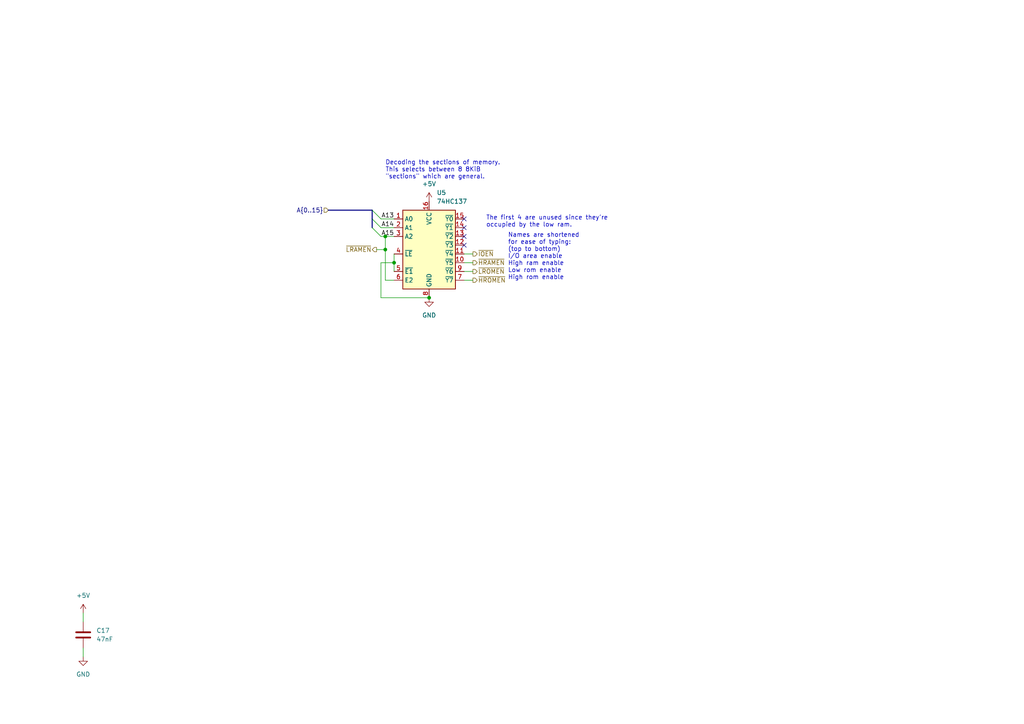
<source format=kicad_sch>
(kicad_sch (version 20230121) (generator eeschema)

  (uuid 61451440-a4ea-4b14-8ca1-90dcce09e04b)

  (paper "A4")

  (lib_symbols
    (symbol "74xx:74HC137" (in_bom yes) (on_board yes)
      (property "Reference" "U" (at -7.62 13.97 0)
        (effects (font (size 1.27 1.27)) (justify left bottom))
      )
      (property "Value" "74HC137" (at 2.54 -11.43 0)
        (effects (font (size 1.27 1.27)) (justify left top))
      )
      (property "Footprint" "" (at 0 0 0)
        (effects (font (size 1.27 1.27)) hide)
      )
      (property "Datasheet" "http://www.ti.com/lit/ds/symlink/cd74hc237.pdf" (at 0 0 0)
        (effects (font (size 1.27 1.27)) hide)
      )
      (property "ki_keywords" "demux" (at 0 0 0)
        (effects (font (size 1.27 1.27)) hide)
      )
      (property "ki_description" "3-to-8 line decoder/multiplexer with address latches, DIP-16/SOIC-16/SSOP-16" (at 0 0 0)
        (effects (font (size 1.27 1.27)) hide)
      )
      (property "ki_fp_filters" "DIP*W7.62mm* SOIC*3.9x9.9mm*P1.27mm* SSOP*5.3x6.2mm*P0.65mm*" (at 0 0 0)
        (effects (font (size 1.27 1.27)) hide)
      )
      (symbol "74HC137_0_1"
        (rectangle (start -7.62 12.7) (end 7.62 -10.16)
          (stroke (width 0.254) (type default))
          (fill (type background))
        )
      )
      (symbol "74HC137_1_1"
        (pin input line (at -10.16 10.16 0) (length 2.54)
          (name "A0" (effects (font (size 1.27 1.27))))
          (number "1" (effects (font (size 1.27 1.27))))
        )
        (pin output line (at 10.16 -2.54 180) (length 2.54)
          (name "~{Y5}" (effects (font (size 1.27 1.27))))
          (number "10" (effects (font (size 1.27 1.27))))
        )
        (pin output line (at 10.16 0 180) (length 2.54)
          (name "~{Y4}" (effects (font (size 1.27 1.27))))
          (number "11" (effects (font (size 1.27 1.27))))
        )
        (pin output line (at 10.16 2.54 180) (length 2.54)
          (name "~{Y3}" (effects (font (size 1.27 1.27))))
          (number "12" (effects (font (size 1.27 1.27))))
        )
        (pin output line (at 10.16 5.08 180) (length 2.54)
          (name "~{Y2}" (effects (font (size 1.27 1.27))))
          (number "13" (effects (font (size 1.27 1.27))))
        )
        (pin output line (at 10.16 7.62 180) (length 2.54)
          (name "~{Y1}" (effects (font (size 1.27 1.27))))
          (number "14" (effects (font (size 1.27 1.27))))
        )
        (pin output line (at 10.16 10.16 180) (length 2.54)
          (name "~{Y0}" (effects (font (size 1.27 1.27))))
          (number "15" (effects (font (size 1.27 1.27))))
        )
        (pin power_in line (at 0 15.24 270) (length 2.54)
          (name "VCC" (effects (font (size 1.27 1.27))))
          (number "16" (effects (font (size 1.27 1.27))))
        )
        (pin input line (at -10.16 7.62 0) (length 2.54)
          (name "A1" (effects (font (size 1.27 1.27))))
          (number "2" (effects (font (size 1.27 1.27))))
        )
        (pin input line (at -10.16 5.08 0) (length 2.54)
          (name "A2" (effects (font (size 1.27 1.27))))
          (number "3" (effects (font (size 1.27 1.27))))
        )
        (pin input line (at -10.16 0 0) (length 2.54)
          (name "~{LE}" (effects (font (size 1.27 1.27))))
          (number "4" (effects (font (size 1.27 1.27))))
        )
        (pin input line (at -10.16 -5.08 0) (length 2.54)
          (name "~{E1}" (effects (font (size 1.27 1.27))))
          (number "5" (effects (font (size 1.27 1.27))))
        )
        (pin input line (at -10.16 -7.62 0) (length 2.54)
          (name "E2" (effects (font (size 1.27 1.27))))
          (number "6" (effects (font (size 1.27 1.27))))
        )
        (pin output line (at 10.16 -7.62 180) (length 2.54)
          (name "~{Y7}" (effects (font (size 1.27 1.27))))
          (number "7" (effects (font (size 1.27 1.27))))
        )
        (pin power_in line (at 0 -12.7 90) (length 2.54)
          (name "GND" (effects (font (size 1.27 1.27))))
          (number "8" (effects (font (size 1.27 1.27))))
        )
        (pin output line (at 10.16 -5.08 180) (length 2.54)
          (name "~{Y6}" (effects (font (size 1.27 1.27))))
          (number "9" (effects (font (size 1.27 1.27))))
        )
      )
    )
    (symbol "Device:C" (pin_numbers hide) (pin_names (offset 0.254)) (in_bom yes) (on_board yes)
      (property "Reference" "C" (at 0.635 2.54 0)
        (effects (font (size 1.27 1.27)) (justify left))
      )
      (property "Value" "C" (at 0.635 -2.54 0)
        (effects (font (size 1.27 1.27)) (justify left))
      )
      (property "Footprint" "" (at 0.9652 -3.81 0)
        (effects (font (size 1.27 1.27)) hide)
      )
      (property "Datasheet" "~" (at 0 0 0)
        (effects (font (size 1.27 1.27)) hide)
      )
      (property "ki_keywords" "cap capacitor" (at 0 0 0)
        (effects (font (size 1.27 1.27)) hide)
      )
      (property "ki_description" "Unpolarized capacitor" (at 0 0 0)
        (effects (font (size 1.27 1.27)) hide)
      )
      (property "ki_fp_filters" "C_*" (at 0 0 0)
        (effects (font (size 1.27 1.27)) hide)
      )
      (symbol "C_0_1"
        (polyline
          (pts
            (xy -2.032 -0.762)
            (xy 2.032 -0.762)
          )
          (stroke (width 0.508) (type default))
          (fill (type none))
        )
        (polyline
          (pts
            (xy -2.032 0.762)
            (xy 2.032 0.762)
          )
          (stroke (width 0.508) (type default))
          (fill (type none))
        )
      )
      (symbol "C_1_1"
        (pin passive line (at 0 3.81 270) (length 2.794)
          (name "~" (effects (font (size 1.27 1.27))))
          (number "1" (effects (font (size 1.27 1.27))))
        )
        (pin passive line (at 0 -3.81 90) (length 2.794)
          (name "~" (effects (font (size 1.27 1.27))))
          (number "2" (effects (font (size 1.27 1.27))))
        )
      )
    )
    (symbol "power:+5V" (power) (pin_names (offset 0)) (in_bom yes) (on_board yes)
      (property "Reference" "#PWR" (at 0 -3.81 0)
        (effects (font (size 1.27 1.27)) hide)
      )
      (property "Value" "+5V" (at 0 3.556 0)
        (effects (font (size 1.27 1.27)))
      )
      (property "Footprint" "" (at 0 0 0)
        (effects (font (size 1.27 1.27)) hide)
      )
      (property "Datasheet" "" (at 0 0 0)
        (effects (font (size 1.27 1.27)) hide)
      )
      (property "ki_keywords" "global power" (at 0 0 0)
        (effects (font (size 1.27 1.27)) hide)
      )
      (property "ki_description" "Power symbol creates a global label with name \"+5V\"" (at 0 0 0)
        (effects (font (size 1.27 1.27)) hide)
      )
      (symbol "+5V_0_1"
        (polyline
          (pts
            (xy -0.762 1.27)
            (xy 0 2.54)
          )
          (stroke (width 0) (type default))
          (fill (type none))
        )
        (polyline
          (pts
            (xy 0 0)
            (xy 0 2.54)
          )
          (stroke (width 0) (type default))
          (fill (type none))
        )
        (polyline
          (pts
            (xy 0 2.54)
            (xy 0.762 1.27)
          )
          (stroke (width 0) (type default))
          (fill (type none))
        )
      )
      (symbol "+5V_1_1"
        (pin power_in line (at 0 0 90) (length 0) hide
          (name "+5V" (effects (font (size 1.27 1.27))))
          (number "1" (effects (font (size 1.27 1.27))))
        )
      )
    )
    (symbol "power:GND" (power) (pin_names (offset 0)) (in_bom yes) (on_board yes)
      (property "Reference" "#PWR" (at 0 -6.35 0)
        (effects (font (size 1.27 1.27)) hide)
      )
      (property "Value" "GND" (at 0 -3.81 0)
        (effects (font (size 1.27 1.27)))
      )
      (property "Footprint" "" (at 0 0 0)
        (effects (font (size 1.27 1.27)) hide)
      )
      (property "Datasheet" "" (at 0 0 0)
        (effects (font (size 1.27 1.27)) hide)
      )
      (property "ki_keywords" "global power" (at 0 0 0)
        (effects (font (size 1.27 1.27)) hide)
      )
      (property "ki_description" "Power symbol creates a global label with name \"GND\" , ground" (at 0 0 0)
        (effects (font (size 1.27 1.27)) hide)
      )
      (symbol "GND_0_1"
        (polyline
          (pts
            (xy 0 0)
            (xy 0 -1.27)
            (xy 1.27 -1.27)
            (xy 0 -2.54)
            (xy -1.27 -1.27)
            (xy 0 -1.27)
          )
          (stroke (width 0) (type default))
          (fill (type none))
        )
      )
      (symbol "GND_1_1"
        (pin power_in line (at 0 0 270) (length 0) hide
          (name "GND" (effects (font (size 1.27 1.27))))
          (number "1" (effects (font (size 1.27 1.27))))
        )
      )
    )
  )

  (junction (at 111.76 72.39) (diameter 0) (color 0 0 0 0)
    (uuid 04099bc8-b0b3-4c90-9e82-3b8943ea37d4)
  )
  (junction (at 111.76 68.58) (diameter 0) (color 0 0 0 0)
    (uuid 0957970d-c825-4db6-aa8b-45e0903f16c8)
  )
  (junction (at 124.46 86.36) (diameter 0) (color 0 0 0 0)
    (uuid 122a84dc-3555-45be-83c9-aa7640c79791)
  )
  (junction (at 114.3 76.2) (diameter 0) (color 0 0 0 0)
    (uuid bec8ad1d-545a-495d-833d-f16cd371cfab)
  )

  (no_connect (at 134.62 66.04) (uuid 5b1fa486-84f4-4d91-a690-55c55344fc01))
  (no_connect (at 134.62 63.5) (uuid 8723c8ad-bb8d-4cb6-a6fc-da893621a8f9))
  (no_connect (at 134.62 68.58) (uuid 8a12dbae-ccb5-453d-a66f-24788921fbc6))
  (no_connect (at 134.62 71.12) (uuid 95452487-dc50-422b-b1fb-89f2b84f9400))

  (bus_entry (at 107.95 63.5) (size 2.54 2.54)
    (stroke (width 0) (type default))
    (uuid 726de9f6-da2b-4635-8e8c-ec0c098672b8)
  )
  (bus_entry (at 107.95 66.04) (size 2.54 2.54)
    (stroke (width 0) (type default))
    (uuid 72b885ff-67c5-4f09-b123-1f3a84d22456)
  )
  (bus_entry (at 107.95 60.96) (size 2.54 2.54)
    (stroke (width 0) (type default))
    (uuid f4583365-5121-4b70-83f3-ccac02d1b2d1)
  )

  (bus (pts (xy 107.95 63.5) (xy 107.95 66.04))
    (stroke (width 0) (type default))
    (uuid 008c3530-58c6-4a9a-a78b-e23e2ce95483)
  )

  (wire (pts (xy 114.3 76.2) (xy 110.49 76.2))
    (stroke (width 0) (type default))
    (uuid 37aa3841-4cf7-411f-b43b-51907e9b5436)
  )
  (wire (pts (xy 111.76 81.28) (xy 114.3 81.28))
    (stroke (width 0) (type default))
    (uuid 410cdad3-d310-43f3-8936-41b4f09abaf8)
  )
  (bus (pts (xy 107.95 60.96) (xy 107.95 63.5))
    (stroke (width 0) (type default))
    (uuid 54010708-041b-4265-8e41-3f88922755fc)
  )

  (wire (pts (xy 110.49 63.5) (xy 114.3 63.5))
    (stroke (width 0) (type default))
    (uuid 573e233d-8131-461e-9b75-93e3a0e98df0)
  )
  (wire (pts (xy 111.76 68.58) (xy 114.3 68.58))
    (stroke (width 0) (type default))
    (uuid 5c481d9a-0235-47b2-9d99-56f0e33d9e9e)
  )
  (wire (pts (xy 114.3 76.2) (xy 114.3 78.74))
    (stroke (width 0) (type default))
    (uuid 62d0cd78-2179-4beb-8f60-3031077edf31)
  )
  (wire (pts (xy 24.13 177.8) (xy 24.13 180.34))
    (stroke (width 0) (type default))
    (uuid 64ae09d7-6de3-4acc-ae5b-dbc9e51a6ccb)
  )
  (wire (pts (xy 111.76 68.58) (xy 111.76 72.39))
    (stroke (width 0) (type default))
    (uuid a7293470-834a-465d-b05a-8f4f26362b46)
  )
  (wire (pts (xy 109.22 72.39) (xy 111.76 72.39))
    (stroke (width 0) (type default))
    (uuid a9c9c5b4-f01a-4c8b-81c9-aee2b2a6fec3)
  )
  (wire (pts (xy 110.49 66.04) (xy 114.3 66.04))
    (stroke (width 0) (type default))
    (uuid b0d48d53-55cb-4afc-a219-740a31419bcc)
  )
  (wire (pts (xy 24.13 187.96) (xy 24.13 190.5))
    (stroke (width 0) (type default))
    (uuid b0d510e4-17e6-4b7d-b5ae-c9d288c981ff)
  )
  (wire (pts (xy 134.62 81.28) (xy 137.16 81.28))
    (stroke (width 0) (type default))
    (uuid bd77a008-805d-42ee-886b-a55e17b181e7)
  )
  (wire (pts (xy 110.49 76.2) (xy 110.49 86.36))
    (stroke (width 0) (type default))
    (uuid bf0e803d-24dd-495e-8f50-85c96c976ffc)
  )
  (wire (pts (xy 134.62 78.74) (xy 137.16 78.74))
    (stroke (width 0) (type default))
    (uuid bfc61af4-d5c1-4dfb-8e8d-4bbd999efa98)
  )
  (bus (pts (xy 95.25 60.96) (xy 107.95 60.96))
    (stroke (width 0) (type default))
    (uuid c2c83b3e-f601-469c-b876-32eddd256613)
  )

  (wire (pts (xy 134.62 73.66) (xy 137.16 73.66))
    (stroke (width 0) (type default))
    (uuid c8943896-7190-4cf7-a4f6-9a97603cd3c3)
  )
  (wire (pts (xy 110.49 86.36) (xy 124.46 86.36))
    (stroke (width 0) (type default))
    (uuid d0a58deb-2fe3-4bf2-b7ac-a6b6f81c0986)
  )
  (wire (pts (xy 110.49 68.58) (xy 111.76 68.58))
    (stroke (width 0) (type default))
    (uuid d384ebd8-ac74-4207-8ffd-9f88098306bc)
  )
  (wire (pts (xy 111.76 72.39) (xy 111.76 81.28))
    (stroke (width 0) (type default))
    (uuid d63a099f-4d40-433a-9bf2-b091b837ea4e)
  )
  (wire (pts (xy 114.3 73.66) (xy 114.3 76.2))
    (stroke (width 0) (type default))
    (uuid dedebbdc-f3f6-420d-8658-106c85a69e0a)
  )
  (wire (pts (xy 134.62 76.2) (xy 137.16 76.2))
    (stroke (width 0) (type default))
    (uuid e1cbb23f-5346-473f-98dc-bfbb02db6a65)
  )

  (text "Names are shortened\nfor ease of typing:\n(top to bottom)\nI/O area enable\nHigh ram enable\nLow rom enable\nHigh rom enable"
    (at 147.32 81.28 0)
    (effects (font (size 1.27 1.27)) (justify left bottom))
    (uuid c16acc77-7e6d-46e8-bda0-2995bf03c379)
  )
  (text "Decoding the sections of memory.\nThis selects between 8 8KiB \n\"sections\" which are general."
    (at 111.76 52.07 0)
    (effects (font (size 1.27 1.27)) (justify left bottom))
    (uuid d547c207-af70-441b-9cac-3d4ab1229fa4)
  )
  (text "The first 4 are unused since they're\noccupied by the low ram."
    (at 140.97 66.04 0)
    (effects (font (size 1.27 1.27)) (justify left bottom))
    (uuid e01fa457-4bde-4ec7-9b77-7bd7b9976be3)
  )

  (label "A14" (at 114.3 66.04 180) (fields_autoplaced)
    (effects (font (size 1.27 1.27)) (justify right bottom))
    (uuid 31b3777a-5667-41fe-b6f1-43246496e780)
  )
  (label "A15" (at 114.3 68.58 180) (fields_autoplaced)
    (effects (font (size 1.27 1.27)) (justify right bottom))
    (uuid 39c696e9-5599-48b7-b33e-d95d00aa3cb5)
  )
  (label "A13" (at 114.3 63.5 180) (fields_autoplaced)
    (effects (font (size 1.27 1.27)) (justify right bottom))
    (uuid 637b6e7b-4146-4e08-8295-f0b7883fc4b6)
  )

  (hierarchical_label "~{HROMEN}" (shape output) (at 137.16 81.28 0) (fields_autoplaced)
    (effects (font (size 1.27 1.27)) (justify left))
    (uuid 179b0eae-e35a-4cf8-9391-960cd75175c0)
  )
  (hierarchical_label "~{HRAMEN}" (shape output) (at 137.16 76.2 0) (fields_autoplaced)
    (effects (font (size 1.27 1.27)) (justify left))
    (uuid 1feeefc2-9948-4d1e-8ed6-9f4188a07f2e)
  )
  (hierarchical_label "~{IOEN}" (shape output) (at 137.16 73.66 0) (fields_autoplaced)
    (effects (font (size 1.27 1.27)) (justify left))
    (uuid 744ee3eb-3071-4518-a88f-696730a4f235)
  )
  (hierarchical_label "~{LROMEN}" (shape output) (at 137.16 78.74 0) (fields_autoplaced)
    (effects (font (size 1.27 1.27)) (justify left))
    (uuid 900e6661-8677-4768-8462-80e950e1aec5)
  )
  (hierarchical_label "~{LRAMEN}" (shape output) (at 109.22 72.39 180) (fields_autoplaced)
    (effects (font (size 1.27 1.27)) (justify right))
    (uuid 95120c8b-7b93-4e7a-91cb-ce98495bd5e3)
  )
  (hierarchical_label "A{0..15}" (shape input) (at 95.25 60.96 180) (fields_autoplaced)
    (effects (font (size 1.27 1.27)) (justify right))
    (uuid 97eaf8f2-1969-410c-a3ff-99adb09b9e27)
  )

  (symbol (lib_id "power:GND") (at 24.13 190.5 0) (unit 1)
    (in_bom yes) (on_board yes) (dnp no) (fields_autoplaced)
    (uuid 079e1bea-3279-4788-8662-f8ff19da4fb6)
    (property "Reference" "#PWR044" (at 24.13 196.85 0)
      (effects (font (size 1.27 1.27)) hide)
    )
    (property "Value" "GND" (at 24.13 195.58 0)
      (effects (font (size 1.27 1.27)))
    )
    (property "Footprint" "" (at 24.13 190.5 0)
      (effects (font (size 1.27 1.27)) hide)
    )
    (property "Datasheet" "" (at 24.13 190.5 0)
      (effects (font (size 1.27 1.27)) hide)
    )
    (pin "1" (uuid 22f65a3f-f0de-4b62-ae6e-76b512f368a9))
    (instances
      (project "6502"
        (path "/f620b693-400b-4f41-8158-c432d38526da/6e3ea8f1-36ad-4196-9a86-9a5e5c5b0bf3"
          (reference "#PWR044") (unit 1)
        )
      )
    )
  )

  (symbol (lib_id "74xx:74HC137") (at 124.46 73.66 0) (unit 1)
    (in_bom yes) (on_board yes) (dnp no) (fields_autoplaced)
    (uuid 1c52ab9c-318b-4b68-91c9-c5bf4f1e5368)
    (property "Reference" "U5" (at 126.6541 55.88 0)
      (effects (font (size 1.27 1.27)) (justify left))
    )
    (property "Value" "74HC137" (at 126.6541 58.42 0)
      (effects (font (size 1.27 1.27)) (justify left))
    )
    (property "Footprint" "Package_DIP:DIP-16_W7.62mm_Socket" (at 124.46 73.66 0)
      (effects (font (size 1.27 1.27)) hide)
    )
    (property "Datasheet" "http://www.ti.com/lit/ds/symlink/cd74hc237.pdf" (at 124.46 73.66 0)
      (effects (font (size 1.27 1.27)) hide)
    )
    (pin "3" (uuid ef992b5a-e6c8-4edb-a7eb-b0e091fca953))
    (pin "6" (uuid 656ed8ff-6613-4707-9d48-13669a6f9d51))
    (pin "9" (uuid 5b6cf35a-99cd-470d-ad71-464091bbbf96))
    (pin "7" (uuid 739b4780-c47c-4dad-811c-9e217d576e0d))
    (pin "8" (uuid 5efef447-26b6-470c-9083-70125e4da420))
    (pin "10" (uuid 244e5398-fc4d-473b-b507-e9c7eefc247b))
    (pin "12" (uuid 0d930f9e-5fd3-41e0-8e60-fc7b921c323b))
    (pin "14" (uuid fe3f96ce-969e-4676-9bf9-e984af691ffa))
    (pin "15" (uuid 61f93538-ef84-42dc-a2a1-b65538996565))
    (pin "2" (uuid c4399d60-0b78-4de3-abcb-adca0e333bbe))
    (pin "5" (uuid 2d93ad68-fd67-45ca-a6a4-0d7fb22ade9f))
    (pin "1" (uuid 7746adcd-48a5-4f21-85fd-e6dd393eb075))
    (pin "11" (uuid 58ea607f-bb1f-4701-b608-96f3c3a026d0))
    (pin "13" (uuid dc46697d-855e-4bfd-8d6d-b083be8167ac))
    (pin "16" (uuid c170a752-2787-4642-97db-4361339a8389))
    (pin "4" (uuid f232f0fc-e3ca-450c-b121-3fe9fe61d07f))
    (instances
      (project "6502"
        (path "/f620b693-400b-4f41-8158-c432d38526da/6e3ea8f1-36ad-4196-9a86-9a5e5c5b0bf3"
          (reference "U5") (unit 1)
        )
      )
    )
  )

  (symbol (lib_id "power:+5V") (at 124.46 58.42 0) (unit 1)
    (in_bom yes) (on_board yes) (dnp no) (fields_autoplaced)
    (uuid 83d6d919-a6e7-46a9-b409-07f43be25ea7)
    (property "Reference" "#PWR022" (at 124.46 62.23 0)
      (effects (font (size 1.27 1.27)) hide)
    )
    (property "Value" "+5V" (at 124.46 53.34 0)
      (effects (font (size 1.27 1.27)))
    )
    (property "Footprint" "" (at 124.46 58.42 0)
      (effects (font (size 1.27 1.27)) hide)
    )
    (property "Datasheet" "" (at 124.46 58.42 0)
      (effects (font (size 1.27 1.27)) hide)
    )
    (pin "1" (uuid 5a72a05a-a7c8-4bcd-9b67-70c03c96c714))
    (instances
      (project "6502"
        (path "/f620b693-400b-4f41-8158-c432d38526da/6e3ea8f1-36ad-4196-9a86-9a5e5c5b0bf3"
          (reference "#PWR022") (unit 1)
        )
      )
    )
  )

  (symbol (lib_id "power:GND") (at 124.46 86.36 0) (unit 1)
    (in_bom yes) (on_board yes) (dnp no) (fields_autoplaced)
    (uuid cd385741-0f2a-4361-8441-a896889f67cb)
    (property "Reference" "#PWR021" (at 124.46 92.71 0)
      (effects (font (size 1.27 1.27)) hide)
    )
    (property "Value" "GND" (at 124.46 91.44 0)
      (effects (font (size 1.27 1.27)))
    )
    (property "Footprint" "" (at 124.46 86.36 0)
      (effects (font (size 1.27 1.27)) hide)
    )
    (property "Datasheet" "" (at 124.46 86.36 0)
      (effects (font (size 1.27 1.27)) hide)
    )
    (pin "1" (uuid 07005137-c516-46b1-9dec-bc52e92d2b9d))
    (instances
      (project "6502"
        (path "/f620b693-400b-4f41-8158-c432d38526da/6e3ea8f1-36ad-4196-9a86-9a5e5c5b0bf3"
          (reference "#PWR021") (unit 1)
        )
      )
    )
  )

  (symbol (lib_id "Device:C") (at 24.13 184.15 0) (unit 1)
    (in_bom yes) (on_board yes) (dnp no) (fields_autoplaced)
    (uuid dc20d99b-dd9c-4461-8433-07905c7a8fa0)
    (property "Reference" "C17" (at 27.94 182.88 0)
      (effects (font (size 1.27 1.27)) (justify left))
    )
    (property "Value" "47nF" (at 27.94 185.42 0)
      (effects (font (size 1.27 1.27)) (justify left))
    )
    (property "Footprint" "Capacitor_SMD:C_0603_1608Metric" (at 25.0952 187.96 0)
      (effects (font (size 1.27 1.27)) hide)
    )
    (property "Datasheet" "~" (at 24.13 184.15 0)
      (effects (font (size 1.27 1.27)) hide)
    )
    (pin "2" (uuid 0f3674a8-1b11-4010-b05f-85451b1e9b7f))
    (pin "1" (uuid 09a2a386-13e0-4934-98e3-d9fc219b491a))
    (instances
      (project "6502"
        (path "/f620b693-400b-4f41-8158-c432d38526da/6e3ea8f1-36ad-4196-9a86-9a5e5c5b0bf3"
          (reference "C17") (unit 1)
        )
      )
    )
  )

  (symbol (lib_id "power:+5V") (at 24.13 177.8 0) (unit 1)
    (in_bom yes) (on_board yes) (dnp no) (fields_autoplaced)
    (uuid dc6be2db-bb8d-4f68-98d9-cca2e0655d39)
    (property "Reference" "#PWR045" (at 24.13 181.61 0)
      (effects (font (size 1.27 1.27)) hide)
    )
    (property "Value" "+5V" (at 24.13 172.72 0)
      (effects (font (size 1.27 1.27)))
    )
    (property "Footprint" "" (at 24.13 177.8 0)
      (effects (font (size 1.27 1.27)) hide)
    )
    (property "Datasheet" "" (at 24.13 177.8 0)
      (effects (font (size 1.27 1.27)) hide)
    )
    (pin "1" (uuid 2719b4dc-ed64-46cc-a7cc-e1d3fb8e8e04))
    (instances
      (project "6502"
        (path "/f620b693-400b-4f41-8158-c432d38526da/6e3ea8f1-36ad-4196-9a86-9a5e5c5b0bf3"
          (reference "#PWR045") (unit 1)
        )
      )
    )
  )
)

</source>
